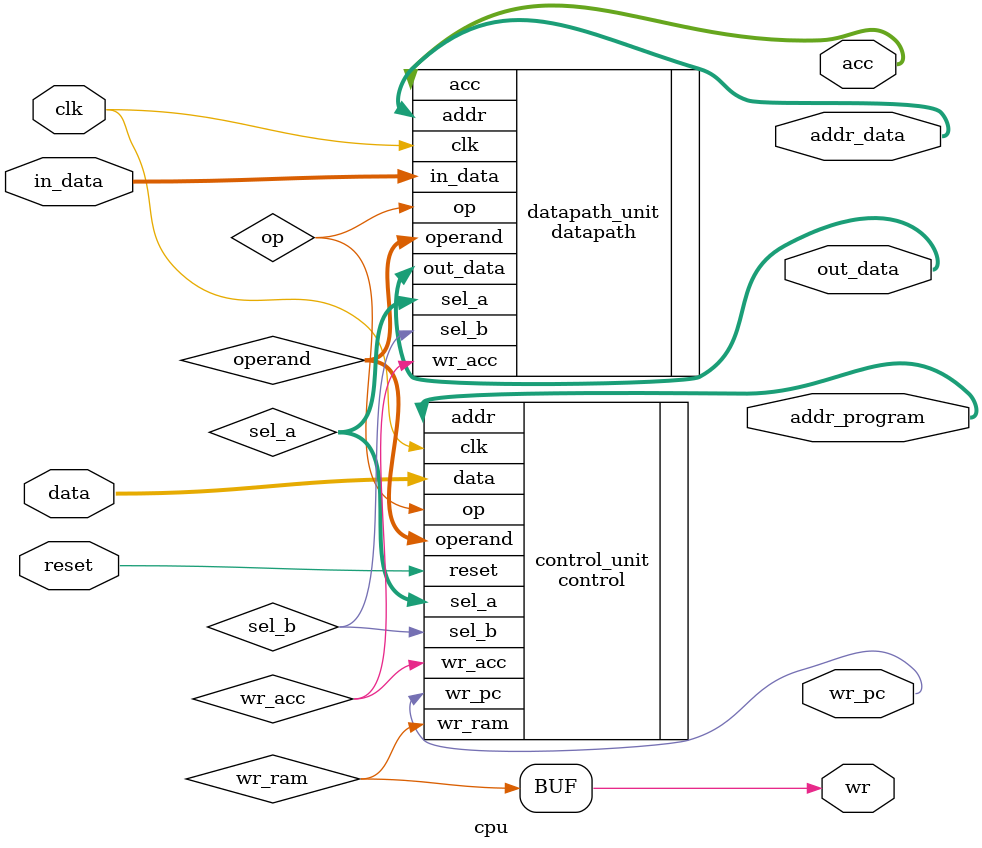
<source format=v>
`timescale 1ns / 1ps
module cpu#(
				parameter ADDR_BITS = 11,
				parameter DATA_WIDTH = 16
				)(
				input clk, reset,
				output [ADDR_BITS-1:0] addr_program,
				input [DATA_WIDTH-1:0] data,
				output wr,
				output [ADDR_BITS-1:0] addr_data,
				input [DATA_WIDTH-1:0] in_data,
				output [DATA_WIDTH-1:0] out_data,
				output [DATA_WIDTH-1:0] acc,
				output wr_pc
				);
	
	wire [1:0] sel_a;
	wire sel_b;
	wire wr_acc;
	wire op;
	wire wr_ram;
	wire [10:0] operand;
	
	assign wr = wr_ram;
	

	control control_unit 
		(.clk(clk), .reset(reset), .addr(addr_program), .data(data),
		 .sel_a(sel_a), .sel_b(sel_b), .wr_acc(wr_acc), .op(op),
		 .wr_ram(wr_ram), .operand(operand), .wr_pc(wr_pc));
	
	datapath datapath_unit
		(.clk(clk), .operand(operand), .sel_a(sel_a),
		 .sel_b(sel_b), .wr_acc(wr_acc), .op(op), .addr(addr_data),
		 .in_data(in_data), .out_data(out_data), .acc(acc));
	 


endmodule

</source>
